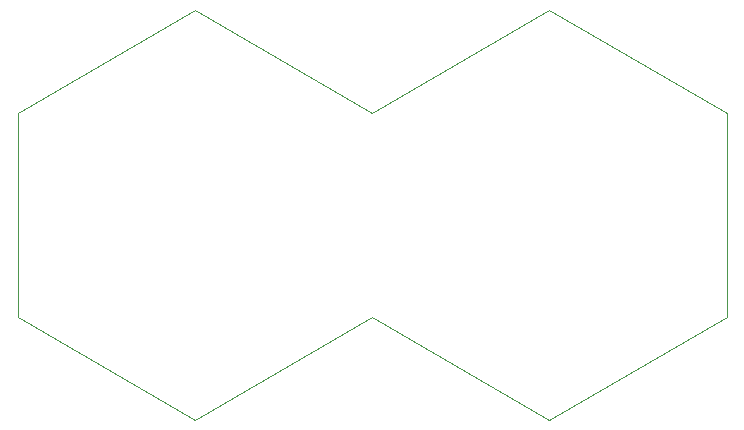
<source format=gbr>
G04*
G04 #@! TF.GenerationSoftware,Altium Limited,Altium Designer,25.8.1 (18)*
G04*
G04 Layer_Color=0*
%FSLAX25Y25*%
%MOIN*%
G70*
G04*
G04 #@! TF.SameCoordinates,4BE62294-00A5-47EF-9B78-CB70749D35C4*
G04*
G04*
G04 #@! TF.FilePolarity,Positive*
G04*
G01*
G75*
%ADD87C,0.00100*%
D87*
X-119055Y-34094D02*
X-60000Y-68189D01*
X-945Y-34094D01*
X58110Y-68189D01*
X117165Y-34094D01*
Y34094D01*
X58110Y68189D01*
X-945Y34094D01*
X-60000Y68189D01*
X-119055Y34094D01*
Y-34094D01*
M02*

</source>
